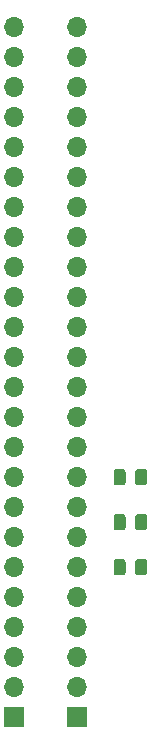
<source format=gbr>
%TF.GenerationSoftware,KiCad,Pcbnew,(5.1.10)-1*%
%TF.CreationDate,2021-06-12T16:41:28+02:00*%
%TF.ProjectId,Nes Sound Expansion,4e657320-536f-4756-9e64-20457870616e,rev?*%
%TF.SameCoordinates,Original*%
%TF.FileFunction,Soldermask,Top*%
%TF.FilePolarity,Negative*%
%FSLAX46Y46*%
G04 Gerber Fmt 4.6, Leading zero omitted, Abs format (unit mm)*
G04 Created by KiCad (PCBNEW (5.1.10)-1) date 2021-06-12 16:41:28*
%MOMM*%
%LPD*%
G01*
G04 APERTURE LIST*
%ADD10O,1.700000X1.700000*%
%ADD11R,1.700000X1.700000*%
G04 APERTURE END LIST*
%TO.C,R2*%
G36*
G01*
X113914500Y-92906002D02*
X113914500Y-92005998D01*
G75*
G02*
X114164498Y-91756000I249998J0D01*
G01*
X114689502Y-91756000D01*
G75*
G02*
X114939500Y-92005998I0J-249998D01*
G01*
X114939500Y-92906002D01*
G75*
G02*
X114689502Y-93156000I-249998J0D01*
G01*
X114164498Y-93156000D01*
G75*
G02*
X113914500Y-92906002I0J249998D01*
G01*
G37*
G36*
G01*
X112089500Y-92906002D02*
X112089500Y-92005998D01*
G75*
G02*
X112339498Y-91756000I249998J0D01*
G01*
X112864502Y-91756000D01*
G75*
G02*
X113114500Y-92005998I0J-249998D01*
G01*
X113114500Y-92906002D01*
G75*
G02*
X112864502Y-93156000I-249998J0D01*
G01*
X112339498Y-93156000D01*
G75*
G02*
X112089500Y-92906002I0J249998D01*
G01*
G37*
%TD*%
%TO.C,R3*%
G36*
G01*
X113914500Y-96716002D02*
X113914500Y-95815998D01*
G75*
G02*
X114164498Y-95566000I249998J0D01*
G01*
X114689502Y-95566000D01*
G75*
G02*
X114939500Y-95815998I0J-249998D01*
G01*
X114939500Y-96716002D01*
G75*
G02*
X114689502Y-96966000I-249998J0D01*
G01*
X114164498Y-96966000D01*
G75*
G02*
X113914500Y-96716002I0J249998D01*
G01*
G37*
G36*
G01*
X112089500Y-96716002D02*
X112089500Y-95815998D01*
G75*
G02*
X112339498Y-95566000I249998J0D01*
G01*
X112864502Y-95566000D01*
G75*
G02*
X113114500Y-95815998I0J-249998D01*
G01*
X113114500Y-96716002D01*
G75*
G02*
X112864502Y-96966000I-249998J0D01*
G01*
X112339498Y-96966000D01*
G75*
G02*
X112089500Y-96716002I0J249998D01*
G01*
G37*
%TD*%
%TO.C,R1*%
G36*
G01*
X113914500Y-89096002D02*
X113914500Y-88195998D01*
G75*
G02*
X114164498Y-87946000I249998J0D01*
G01*
X114689502Y-87946000D01*
G75*
G02*
X114939500Y-88195998I0J-249998D01*
G01*
X114939500Y-89096002D01*
G75*
G02*
X114689502Y-89346000I-249998J0D01*
G01*
X114164498Y-89346000D01*
G75*
G02*
X113914500Y-89096002I0J249998D01*
G01*
G37*
G36*
G01*
X112089500Y-89096002D02*
X112089500Y-88195998D01*
G75*
G02*
X112339498Y-87946000I249998J0D01*
G01*
X112864502Y-87946000D01*
G75*
G02*
X113114500Y-88195998I0J-249998D01*
G01*
X113114500Y-89096002D01*
G75*
G02*
X112864502Y-89346000I-249998J0D01*
G01*
X112339498Y-89346000D01*
G75*
G02*
X112089500Y-89096002I0J249998D01*
G01*
G37*
%TD*%
D10*
%TO.C,J3*%
X108966000Y-50546000D03*
X108966000Y-53086000D03*
X108966000Y-55626000D03*
X108966000Y-58166000D03*
X108966000Y-60706000D03*
X108966000Y-63246000D03*
X108966000Y-65786000D03*
X108966000Y-68326000D03*
X108966000Y-70866000D03*
X108966000Y-73406000D03*
X108966000Y-75946000D03*
X108966000Y-78486000D03*
X108966000Y-81026000D03*
X108966000Y-83566000D03*
X108966000Y-86106000D03*
X108966000Y-88646000D03*
X108966000Y-91186000D03*
X108966000Y-93726000D03*
X108966000Y-96266000D03*
X108966000Y-98806000D03*
X108966000Y-101346000D03*
X108966000Y-103886000D03*
X108966000Y-106426000D03*
D11*
X108966000Y-108966000D03*
%TD*%
D10*
%TO.C,J4*%
X103632000Y-50546000D03*
X103632000Y-53086000D03*
X103632000Y-55626000D03*
X103632000Y-58166000D03*
X103632000Y-60706000D03*
X103632000Y-63246000D03*
X103632000Y-65786000D03*
X103632000Y-68326000D03*
X103632000Y-70866000D03*
X103632000Y-73406000D03*
X103632000Y-75946000D03*
X103632000Y-78486000D03*
X103632000Y-81026000D03*
X103632000Y-83566000D03*
X103632000Y-86106000D03*
X103632000Y-88646000D03*
X103632000Y-91186000D03*
X103632000Y-93726000D03*
X103632000Y-96266000D03*
X103632000Y-98806000D03*
X103632000Y-101346000D03*
X103632000Y-103886000D03*
X103632000Y-106426000D03*
D11*
X103632000Y-108966000D03*
%TD*%
M02*

</source>
